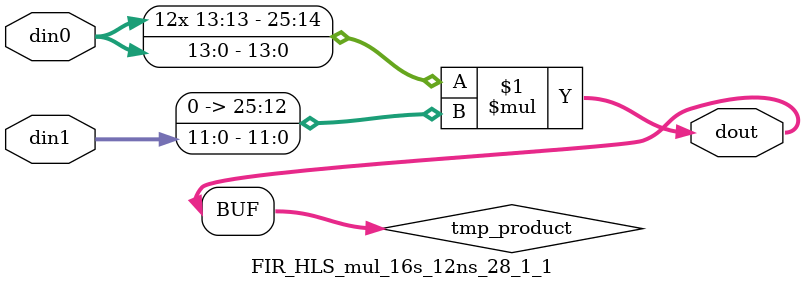
<source format=v>

`timescale 1 ns / 1 ps

 module FIR_HLS_mul_16s_12ns_28_1_1(din0, din1, dout);
parameter ID = 1;
parameter NUM_STAGE = 0;
parameter din0_WIDTH = 14;
parameter din1_WIDTH = 12;
parameter dout_WIDTH = 26;

input [din0_WIDTH - 1 : 0] din0; 
input [din1_WIDTH - 1 : 0] din1; 
output [dout_WIDTH - 1 : 0] dout;

wire signed [dout_WIDTH - 1 : 0] tmp_product;


























assign tmp_product = $signed(din0) * $signed({1'b0, din1});









assign dout = tmp_product;





















endmodule

</source>
